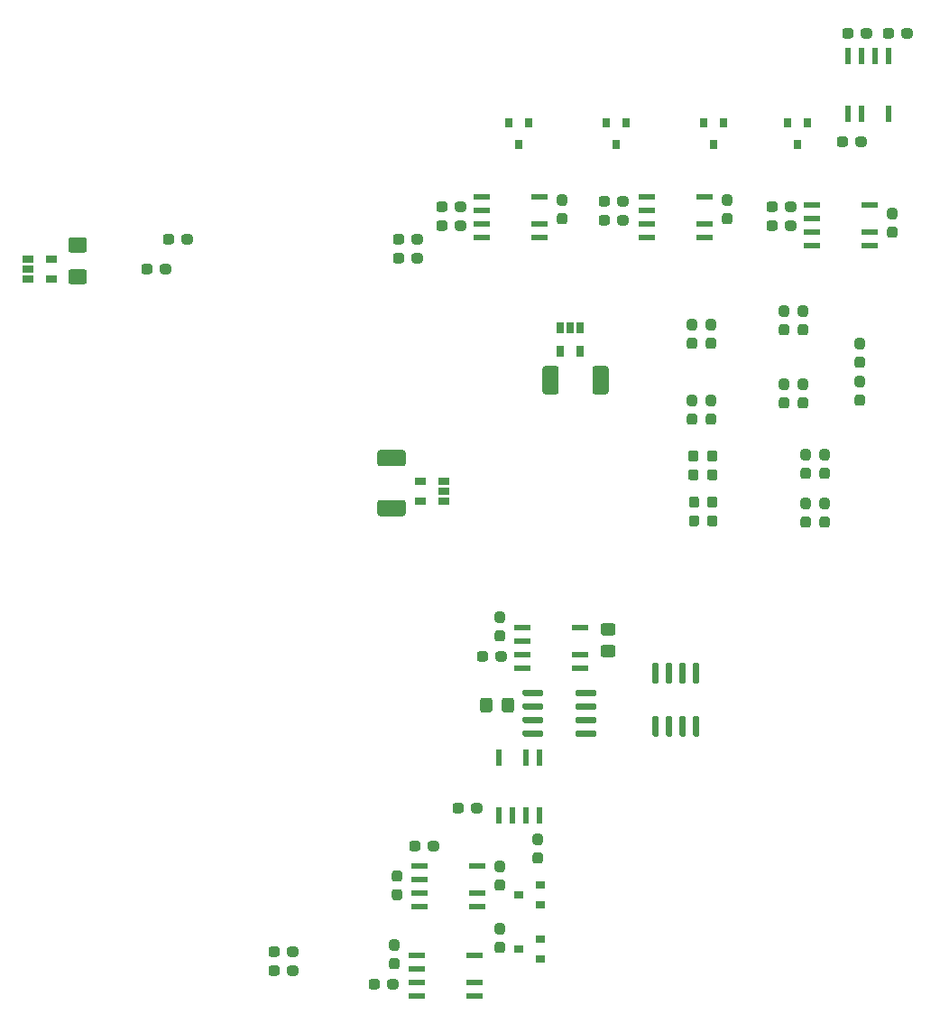
<source format=gbr>
%TF.GenerationSoftware,KiCad,Pcbnew,(5.1.8)-1*%
%TF.CreationDate,2021-04-02T01:03:45-05:00*%
%TF.ProjectId,12VBoard_2021_Rev1,31325642-6f61-4726-945f-323032315f52,rev?*%
%TF.SameCoordinates,Original*%
%TF.FileFunction,Paste,Top*%
%TF.FilePolarity,Positive*%
%FSLAX46Y46*%
G04 Gerber Fmt 4.6, Leading zero omitted, Abs format (unit mm)*
G04 Created by KiCad (PCBNEW (5.1.8)-1) date 2021-04-02 01:03:45*
%MOMM*%
%LPD*%
G01*
G04 APERTURE LIST*
%ADD10R,1.550000X0.600000*%
%ADD11R,0.600000X1.550000*%
%ADD12R,1.060000X0.650000*%
%ADD13R,0.650000X1.060000*%
%ADD14R,0.800000X0.900000*%
%ADD15R,0.900000X0.800000*%
G04 APERTURE END LIST*
%TO.C,U20*%
G36*
G01*
X140993000Y-110260000D02*
X140693000Y-110260000D01*
G75*
G02*
X140543000Y-110110000I0J150000D01*
G01*
X140543000Y-108460000D01*
G75*
G02*
X140693000Y-108310000I150000J0D01*
G01*
X140993000Y-108310000D01*
G75*
G02*
X141143000Y-108460000I0J-150000D01*
G01*
X141143000Y-110110000D01*
G75*
G02*
X140993000Y-110260000I-150000J0D01*
G01*
G37*
G36*
G01*
X142263000Y-110260000D02*
X141963000Y-110260000D01*
G75*
G02*
X141813000Y-110110000I0J150000D01*
G01*
X141813000Y-108460000D01*
G75*
G02*
X141963000Y-108310000I150000J0D01*
G01*
X142263000Y-108310000D01*
G75*
G02*
X142413000Y-108460000I0J-150000D01*
G01*
X142413000Y-110110000D01*
G75*
G02*
X142263000Y-110260000I-150000J0D01*
G01*
G37*
G36*
G01*
X143533000Y-110260000D02*
X143233000Y-110260000D01*
G75*
G02*
X143083000Y-110110000I0J150000D01*
G01*
X143083000Y-108460000D01*
G75*
G02*
X143233000Y-108310000I150000J0D01*
G01*
X143533000Y-108310000D01*
G75*
G02*
X143683000Y-108460000I0J-150000D01*
G01*
X143683000Y-110110000D01*
G75*
G02*
X143533000Y-110260000I-150000J0D01*
G01*
G37*
G36*
G01*
X144803000Y-110260000D02*
X144503000Y-110260000D01*
G75*
G02*
X144353000Y-110110000I0J150000D01*
G01*
X144353000Y-108460000D01*
G75*
G02*
X144503000Y-108310000I150000J0D01*
G01*
X144803000Y-108310000D01*
G75*
G02*
X144953000Y-108460000I0J-150000D01*
G01*
X144953000Y-110110000D01*
G75*
G02*
X144803000Y-110260000I-150000J0D01*
G01*
G37*
G36*
G01*
X144803000Y-115210000D02*
X144503000Y-115210000D01*
G75*
G02*
X144353000Y-115060000I0J150000D01*
G01*
X144353000Y-113410000D01*
G75*
G02*
X144503000Y-113260000I150000J0D01*
G01*
X144803000Y-113260000D01*
G75*
G02*
X144953000Y-113410000I0J-150000D01*
G01*
X144953000Y-115060000D01*
G75*
G02*
X144803000Y-115210000I-150000J0D01*
G01*
G37*
G36*
G01*
X143533000Y-115210000D02*
X143233000Y-115210000D01*
G75*
G02*
X143083000Y-115060000I0J150000D01*
G01*
X143083000Y-113410000D01*
G75*
G02*
X143233000Y-113260000I150000J0D01*
G01*
X143533000Y-113260000D01*
G75*
G02*
X143683000Y-113410000I0J-150000D01*
G01*
X143683000Y-115060000D01*
G75*
G02*
X143533000Y-115210000I-150000J0D01*
G01*
G37*
G36*
G01*
X142263000Y-115210000D02*
X141963000Y-115210000D01*
G75*
G02*
X141813000Y-115060000I0J150000D01*
G01*
X141813000Y-113410000D01*
G75*
G02*
X141963000Y-113260000I150000J0D01*
G01*
X142263000Y-113260000D01*
G75*
G02*
X142413000Y-113410000I0J-150000D01*
G01*
X142413000Y-115060000D01*
G75*
G02*
X142263000Y-115210000I-150000J0D01*
G01*
G37*
G36*
G01*
X140993000Y-115210000D02*
X140693000Y-115210000D01*
G75*
G02*
X140543000Y-115060000I0J150000D01*
G01*
X140543000Y-113410000D01*
G75*
G02*
X140693000Y-113260000I150000J0D01*
G01*
X140993000Y-113260000D01*
G75*
G02*
X141143000Y-113410000I0J-150000D01*
G01*
X141143000Y-115060000D01*
G75*
G02*
X140993000Y-115210000I-150000J0D01*
G01*
G37*
%TD*%
D10*
%TO.C,U19*%
X133764000Y-105029000D03*
X133764000Y-107569000D03*
X133764000Y-108839000D03*
X128364000Y-108839000D03*
X128364000Y-107569000D03*
X128364000Y-106299000D03*
X128364000Y-105029000D03*
%TD*%
%TO.C,U18*%
G36*
G01*
X130326000Y-114785000D02*
X130326000Y-115085000D01*
G75*
G02*
X130176000Y-115235000I-150000J0D01*
G01*
X128526000Y-115235000D01*
G75*
G02*
X128376000Y-115085000I0J150000D01*
G01*
X128376000Y-114785000D01*
G75*
G02*
X128526000Y-114635000I150000J0D01*
G01*
X130176000Y-114635000D01*
G75*
G02*
X130326000Y-114785000I0J-150000D01*
G01*
G37*
G36*
G01*
X130326000Y-113515000D02*
X130326000Y-113815000D01*
G75*
G02*
X130176000Y-113965000I-150000J0D01*
G01*
X128526000Y-113965000D01*
G75*
G02*
X128376000Y-113815000I0J150000D01*
G01*
X128376000Y-113515000D01*
G75*
G02*
X128526000Y-113365000I150000J0D01*
G01*
X130176000Y-113365000D01*
G75*
G02*
X130326000Y-113515000I0J-150000D01*
G01*
G37*
G36*
G01*
X130326000Y-112245000D02*
X130326000Y-112545000D01*
G75*
G02*
X130176000Y-112695000I-150000J0D01*
G01*
X128526000Y-112695000D01*
G75*
G02*
X128376000Y-112545000I0J150000D01*
G01*
X128376000Y-112245000D01*
G75*
G02*
X128526000Y-112095000I150000J0D01*
G01*
X130176000Y-112095000D01*
G75*
G02*
X130326000Y-112245000I0J-150000D01*
G01*
G37*
G36*
G01*
X130326000Y-110975000D02*
X130326000Y-111275000D01*
G75*
G02*
X130176000Y-111425000I-150000J0D01*
G01*
X128526000Y-111425000D01*
G75*
G02*
X128376000Y-111275000I0J150000D01*
G01*
X128376000Y-110975000D01*
G75*
G02*
X128526000Y-110825000I150000J0D01*
G01*
X130176000Y-110825000D01*
G75*
G02*
X130326000Y-110975000I0J-150000D01*
G01*
G37*
G36*
G01*
X135276000Y-110975000D02*
X135276000Y-111275000D01*
G75*
G02*
X135126000Y-111425000I-150000J0D01*
G01*
X133476000Y-111425000D01*
G75*
G02*
X133326000Y-111275000I0J150000D01*
G01*
X133326000Y-110975000D01*
G75*
G02*
X133476000Y-110825000I150000J0D01*
G01*
X135126000Y-110825000D01*
G75*
G02*
X135276000Y-110975000I0J-150000D01*
G01*
G37*
G36*
G01*
X135276000Y-112245000D02*
X135276000Y-112545000D01*
G75*
G02*
X135126000Y-112695000I-150000J0D01*
G01*
X133476000Y-112695000D01*
G75*
G02*
X133326000Y-112545000I0J150000D01*
G01*
X133326000Y-112245000D01*
G75*
G02*
X133476000Y-112095000I150000J0D01*
G01*
X135126000Y-112095000D01*
G75*
G02*
X135276000Y-112245000I0J-150000D01*
G01*
G37*
G36*
G01*
X135276000Y-113515000D02*
X135276000Y-113815000D01*
G75*
G02*
X135126000Y-113965000I-150000J0D01*
G01*
X133476000Y-113965000D01*
G75*
G02*
X133326000Y-113815000I0J150000D01*
G01*
X133326000Y-113515000D01*
G75*
G02*
X133476000Y-113365000I150000J0D01*
G01*
X135126000Y-113365000D01*
G75*
G02*
X135276000Y-113515000I0J-150000D01*
G01*
G37*
G36*
G01*
X135276000Y-114785000D02*
X135276000Y-115085000D01*
G75*
G02*
X135126000Y-115235000I-150000J0D01*
G01*
X133476000Y-115235000D01*
G75*
G02*
X133326000Y-115085000I0J150000D01*
G01*
X133326000Y-114785000D01*
G75*
G02*
X133476000Y-114635000I150000J0D01*
G01*
X135126000Y-114635000D01*
G75*
G02*
X135276000Y-114785000I0J-150000D01*
G01*
G37*
%TD*%
%TO.C,U17*%
X129954000Y-64643000D03*
X129954000Y-67183000D03*
X129954000Y-68453000D03*
X124554000Y-68453000D03*
X124554000Y-67183000D03*
X124554000Y-65913000D03*
X124554000Y-64643000D03*
%TD*%
%TO.C,U16*%
X145448000Y-64643000D03*
X145448000Y-67183000D03*
X145448000Y-68453000D03*
X140048000Y-68453000D03*
X140048000Y-67183000D03*
X140048000Y-65913000D03*
X140048000Y-64643000D03*
%TD*%
%TO.C,U15*%
X160942000Y-65405000D03*
X160942000Y-67945000D03*
X160942000Y-69215000D03*
X155542000Y-69215000D03*
X155542000Y-67945000D03*
X155542000Y-66675000D03*
X155542000Y-65405000D03*
%TD*%
D11*
%TO.C,U14*%
X162687000Y-56802000D03*
X160147000Y-56802000D03*
X158877000Y-56802000D03*
X158877000Y-51402000D03*
X160147000Y-51402000D03*
X161417000Y-51402000D03*
X162687000Y-51402000D03*
%TD*%
D12*
%TO.C,U13*%
X118788000Y-93152000D03*
X118788000Y-91252000D03*
X120988000Y-91252000D03*
X120988000Y-92202000D03*
X120988000Y-93152000D03*
%TD*%
D11*
%TO.C,U12*%
X126111000Y-117188000D03*
X128651000Y-117188000D03*
X129921000Y-117188000D03*
X129921000Y-122588000D03*
X128651000Y-122588000D03*
X127381000Y-122588000D03*
X126111000Y-122588000D03*
%TD*%
D13*
%TO.C,U8*%
X133792000Y-79078000D03*
X131892000Y-79078000D03*
X131892000Y-76878000D03*
X132842000Y-76878000D03*
X133792000Y-76878000D03*
%TD*%
D10*
%TO.C,U5*%
X123858000Y-135763000D03*
X123858000Y-138303000D03*
X123858000Y-139573000D03*
X118458000Y-139573000D03*
X118458000Y-138303000D03*
X118458000Y-137033000D03*
X118458000Y-135763000D03*
%TD*%
%TO.C,U3*%
X124112000Y-127381000D03*
X124112000Y-129921000D03*
X124112000Y-131191000D03*
X118712000Y-131191000D03*
X118712000Y-129921000D03*
X118712000Y-128651000D03*
X118712000Y-127381000D03*
%TD*%
D12*
%TO.C,U2*%
X84158000Y-70424000D03*
X84158000Y-72324000D03*
X81958000Y-72324000D03*
X81958000Y-71374000D03*
X81958000Y-70424000D03*
%TD*%
%TO.C,R47*%
G36*
G01*
X144509500Y-84232000D02*
X144034500Y-84232000D01*
G75*
G02*
X143797000Y-83994500I0J237500D01*
G01*
X143797000Y-83419500D01*
G75*
G02*
X144034500Y-83182000I237500J0D01*
G01*
X144509500Y-83182000D01*
G75*
G02*
X144747000Y-83419500I0J-237500D01*
G01*
X144747000Y-83994500D01*
G75*
G02*
X144509500Y-84232000I-237500J0D01*
G01*
G37*
G36*
G01*
X144509500Y-85982000D02*
X144034500Y-85982000D01*
G75*
G02*
X143797000Y-85744500I0J237500D01*
G01*
X143797000Y-85169500D01*
G75*
G02*
X144034500Y-84932000I237500J0D01*
G01*
X144509500Y-84932000D01*
G75*
G02*
X144747000Y-85169500I0J-237500D01*
G01*
X144747000Y-85744500D01*
G75*
G02*
X144509500Y-85982000I-237500J0D01*
G01*
G37*
%TD*%
%TO.C,R46*%
G36*
G01*
X121316000Y-67072500D02*
X121316000Y-67547500D01*
G75*
G02*
X121078500Y-67785000I-237500J0D01*
G01*
X120503500Y-67785000D01*
G75*
G02*
X120266000Y-67547500I0J237500D01*
G01*
X120266000Y-67072500D01*
G75*
G02*
X120503500Y-66835000I237500J0D01*
G01*
X121078500Y-66835000D01*
G75*
G02*
X121316000Y-67072500I0J-237500D01*
G01*
G37*
G36*
G01*
X123066000Y-67072500D02*
X123066000Y-67547500D01*
G75*
G02*
X122828500Y-67785000I-237500J0D01*
G01*
X122253500Y-67785000D01*
G75*
G02*
X122016000Y-67547500I0J237500D01*
G01*
X122016000Y-67072500D01*
G75*
G02*
X122253500Y-66835000I237500J0D01*
G01*
X122828500Y-66835000D01*
G75*
G02*
X123066000Y-67072500I0J-237500D01*
G01*
G37*
%TD*%
%TO.C,R45*%
G36*
G01*
X131842500Y-66136000D02*
X132317500Y-66136000D01*
G75*
G02*
X132555000Y-66373500I0J-237500D01*
G01*
X132555000Y-66948500D01*
G75*
G02*
X132317500Y-67186000I-237500J0D01*
G01*
X131842500Y-67186000D01*
G75*
G02*
X131605000Y-66948500I0J237500D01*
G01*
X131605000Y-66373500D01*
G75*
G02*
X131842500Y-66136000I237500J0D01*
G01*
G37*
G36*
G01*
X131842500Y-64386000D02*
X132317500Y-64386000D01*
G75*
G02*
X132555000Y-64623500I0J-237500D01*
G01*
X132555000Y-65198500D01*
G75*
G02*
X132317500Y-65436000I-237500J0D01*
G01*
X131842500Y-65436000D01*
G75*
G02*
X131605000Y-65198500I0J237500D01*
G01*
X131605000Y-64623500D01*
G75*
G02*
X131842500Y-64386000I237500J0D01*
G01*
G37*
%TD*%
%TO.C,R44*%
G36*
G01*
X153145500Y-82708000D02*
X152670500Y-82708000D01*
G75*
G02*
X152433000Y-82470500I0J237500D01*
G01*
X152433000Y-81895500D01*
G75*
G02*
X152670500Y-81658000I237500J0D01*
G01*
X153145500Y-81658000D01*
G75*
G02*
X153383000Y-81895500I0J-237500D01*
G01*
X153383000Y-82470500D01*
G75*
G02*
X153145500Y-82708000I-237500J0D01*
G01*
G37*
G36*
G01*
X153145500Y-84458000D02*
X152670500Y-84458000D01*
G75*
G02*
X152433000Y-84220500I0J237500D01*
G01*
X152433000Y-83645500D01*
G75*
G02*
X152670500Y-83408000I237500J0D01*
G01*
X153145500Y-83408000D01*
G75*
G02*
X153383000Y-83645500I0J-237500D01*
G01*
X153383000Y-84220500D01*
G75*
G02*
X153145500Y-84458000I-237500J0D01*
G01*
G37*
%TD*%
%TO.C,R43*%
G36*
G01*
X136556000Y-66564500D02*
X136556000Y-67039500D01*
G75*
G02*
X136318500Y-67277000I-237500J0D01*
G01*
X135743500Y-67277000D01*
G75*
G02*
X135506000Y-67039500I0J237500D01*
G01*
X135506000Y-66564500D01*
G75*
G02*
X135743500Y-66327000I237500J0D01*
G01*
X136318500Y-66327000D01*
G75*
G02*
X136556000Y-66564500I0J-237500D01*
G01*
G37*
G36*
G01*
X138306000Y-66564500D02*
X138306000Y-67039500D01*
G75*
G02*
X138068500Y-67277000I-237500J0D01*
G01*
X137493500Y-67277000D01*
G75*
G02*
X137256000Y-67039500I0J237500D01*
G01*
X137256000Y-66564500D01*
G75*
G02*
X137493500Y-66327000I237500J0D01*
G01*
X138068500Y-66327000D01*
G75*
G02*
X138306000Y-66564500I0J-237500D01*
G01*
G37*
%TD*%
%TO.C,R42*%
G36*
G01*
X147336500Y-66136000D02*
X147811500Y-66136000D01*
G75*
G02*
X148049000Y-66373500I0J-237500D01*
G01*
X148049000Y-66948500D01*
G75*
G02*
X147811500Y-67186000I-237500J0D01*
G01*
X147336500Y-67186000D01*
G75*
G02*
X147099000Y-66948500I0J237500D01*
G01*
X147099000Y-66373500D01*
G75*
G02*
X147336500Y-66136000I237500J0D01*
G01*
G37*
G36*
G01*
X147336500Y-64386000D02*
X147811500Y-64386000D01*
G75*
G02*
X148049000Y-64623500I0J-237500D01*
G01*
X148049000Y-65198500D01*
G75*
G02*
X147811500Y-65436000I-237500J0D01*
G01*
X147336500Y-65436000D01*
G75*
G02*
X147099000Y-65198500I0J237500D01*
G01*
X147099000Y-64623500D01*
G75*
G02*
X147336500Y-64386000I237500J0D01*
G01*
G37*
%TD*%
%TO.C,R41*%
G36*
G01*
X160257500Y-82454000D02*
X159782500Y-82454000D01*
G75*
G02*
X159545000Y-82216500I0J237500D01*
G01*
X159545000Y-81641500D01*
G75*
G02*
X159782500Y-81404000I237500J0D01*
G01*
X160257500Y-81404000D01*
G75*
G02*
X160495000Y-81641500I0J-237500D01*
G01*
X160495000Y-82216500D01*
G75*
G02*
X160257500Y-82454000I-237500J0D01*
G01*
G37*
G36*
G01*
X160257500Y-84204000D02*
X159782500Y-84204000D01*
G75*
G02*
X159545000Y-83966500I0J237500D01*
G01*
X159545000Y-83391500D01*
G75*
G02*
X159782500Y-83154000I237500J0D01*
G01*
X160257500Y-83154000D01*
G75*
G02*
X160495000Y-83391500I0J-237500D01*
G01*
X160495000Y-83966500D01*
G75*
G02*
X160257500Y-84204000I-237500J0D01*
G01*
G37*
%TD*%
%TO.C,R40*%
G36*
G01*
X152304000Y-67072500D02*
X152304000Y-67547500D01*
G75*
G02*
X152066500Y-67785000I-237500J0D01*
G01*
X151491500Y-67785000D01*
G75*
G02*
X151254000Y-67547500I0J237500D01*
G01*
X151254000Y-67072500D01*
G75*
G02*
X151491500Y-66835000I237500J0D01*
G01*
X152066500Y-66835000D01*
G75*
G02*
X152304000Y-67072500I0J-237500D01*
G01*
G37*
G36*
G01*
X154054000Y-67072500D02*
X154054000Y-67547500D01*
G75*
G02*
X153816500Y-67785000I-237500J0D01*
G01*
X153241500Y-67785000D01*
G75*
G02*
X153004000Y-67547500I0J237500D01*
G01*
X153004000Y-67072500D01*
G75*
G02*
X153241500Y-66835000I237500J0D01*
G01*
X153816500Y-66835000D01*
G75*
G02*
X154054000Y-67072500I0J-237500D01*
G01*
G37*
%TD*%
%TO.C,R39*%
G36*
G01*
X162830500Y-67406000D02*
X163305500Y-67406000D01*
G75*
G02*
X163543000Y-67643500I0J-237500D01*
G01*
X163543000Y-68218500D01*
G75*
G02*
X163305500Y-68456000I-237500J0D01*
G01*
X162830500Y-68456000D01*
G75*
G02*
X162593000Y-68218500I0J237500D01*
G01*
X162593000Y-67643500D01*
G75*
G02*
X162830500Y-67406000I237500J0D01*
G01*
G37*
G36*
G01*
X162830500Y-65656000D02*
X163305500Y-65656000D01*
G75*
G02*
X163543000Y-65893500I0J-237500D01*
G01*
X163543000Y-66468500D01*
G75*
G02*
X163305500Y-66706000I-237500J0D01*
G01*
X162830500Y-66706000D01*
G75*
G02*
X162593000Y-66468500I0J237500D01*
G01*
X162593000Y-65893500D01*
G75*
G02*
X162830500Y-65656000I237500J0D01*
G01*
G37*
%TD*%
%TO.C,R38*%
G36*
G01*
X153145500Y-75850000D02*
X152670500Y-75850000D01*
G75*
G02*
X152433000Y-75612500I0J237500D01*
G01*
X152433000Y-75037500D01*
G75*
G02*
X152670500Y-74800000I237500J0D01*
G01*
X153145500Y-74800000D01*
G75*
G02*
X153383000Y-75037500I0J-237500D01*
G01*
X153383000Y-75612500D01*
G75*
G02*
X153145500Y-75850000I-237500J0D01*
G01*
G37*
G36*
G01*
X153145500Y-77600000D02*
X152670500Y-77600000D01*
G75*
G02*
X152433000Y-77362500I0J237500D01*
G01*
X152433000Y-76787500D01*
G75*
G02*
X152670500Y-76550000I237500J0D01*
G01*
X153145500Y-76550000D01*
G75*
G02*
X153383000Y-76787500I0J-237500D01*
G01*
X153383000Y-77362500D01*
G75*
G02*
X153145500Y-77600000I-237500J0D01*
G01*
G37*
%TD*%
%TO.C,R37*%
G36*
G01*
X159416000Y-49038500D02*
X159416000Y-49513500D01*
G75*
G02*
X159178500Y-49751000I-237500J0D01*
G01*
X158603500Y-49751000D01*
G75*
G02*
X158366000Y-49513500I0J237500D01*
G01*
X158366000Y-49038500D01*
G75*
G02*
X158603500Y-48801000I237500J0D01*
G01*
X159178500Y-48801000D01*
G75*
G02*
X159416000Y-49038500I0J-237500D01*
G01*
G37*
G36*
G01*
X161166000Y-49038500D02*
X161166000Y-49513500D01*
G75*
G02*
X160928500Y-49751000I-237500J0D01*
G01*
X160353500Y-49751000D01*
G75*
G02*
X160116000Y-49513500I0J237500D01*
G01*
X160116000Y-49038500D01*
G75*
G02*
X160353500Y-48801000I237500J0D01*
G01*
X160928500Y-48801000D01*
G75*
G02*
X161166000Y-49038500I0J-237500D01*
G01*
G37*
%TD*%
%TO.C,R36*%
G36*
G01*
X158908000Y-59198500D02*
X158908000Y-59673500D01*
G75*
G02*
X158670500Y-59911000I-237500J0D01*
G01*
X158095500Y-59911000D01*
G75*
G02*
X157858000Y-59673500I0J237500D01*
G01*
X157858000Y-59198500D01*
G75*
G02*
X158095500Y-58961000I237500J0D01*
G01*
X158670500Y-58961000D01*
G75*
G02*
X158908000Y-59198500I0J-237500D01*
G01*
G37*
G36*
G01*
X160658000Y-59198500D02*
X160658000Y-59673500D01*
G75*
G02*
X160420500Y-59911000I-237500J0D01*
G01*
X159845500Y-59911000D01*
G75*
G02*
X159608000Y-59673500I0J237500D01*
G01*
X159608000Y-59198500D01*
G75*
G02*
X159845500Y-58961000I237500J0D01*
G01*
X160420500Y-58961000D01*
G75*
G02*
X160658000Y-59198500I0J-237500D01*
G01*
G37*
%TD*%
%TO.C,R35*%
G36*
G01*
X117252000Y-68342500D02*
X117252000Y-68817500D01*
G75*
G02*
X117014500Y-69055000I-237500J0D01*
G01*
X116439500Y-69055000D01*
G75*
G02*
X116202000Y-68817500I0J237500D01*
G01*
X116202000Y-68342500D01*
G75*
G02*
X116439500Y-68105000I237500J0D01*
G01*
X117014500Y-68105000D01*
G75*
G02*
X117252000Y-68342500I0J-237500D01*
G01*
G37*
G36*
G01*
X119002000Y-68342500D02*
X119002000Y-68817500D01*
G75*
G02*
X118764500Y-69055000I-237500J0D01*
G01*
X118189500Y-69055000D01*
G75*
G02*
X117952000Y-68817500I0J237500D01*
G01*
X117952000Y-68342500D01*
G75*
G02*
X118189500Y-68105000I237500J0D01*
G01*
X118764500Y-68105000D01*
G75*
G02*
X119002000Y-68342500I0J-237500D01*
G01*
G37*
%TD*%
%TO.C,R34*%
G36*
G01*
X155177500Y-89312000D02*
X154702500Y-89312000D01*
G75*
G02*
X154465000Y-89074500I0J237500D01*
G01*
X154465000Y-88499500D01*
G75*
G02*
X154702500Y-88262000I237500J0D01*
G01*
X155177500Y-88262000D01*
G75*
G02*
X155415000Y-88499500I0J-237500D01*
G01*
X155415000Y-89074500D01*
G75*
G02*
X155177500Y-89312000I-237500J0D01*
G01*
G37*
G36*
G01*
X155177500Y-91062000D02*
X154702500Y-91062000D01*
G75*
G02*
X154465000Y-90824500I0J237500D01*
G01*
X154465000Y-90249500D01*
G75*
G02*
X154702500Y-90012000I237500J0D01*
G01*
X155177500Y-90012000D01*
G75*
G02*
X155415000Y-90249500I0J-237500D01*
G01*
X155415000Y-90824500D01*
G75*
G02*
X155177500Y-91062000I-237500J0D01*
G01*
G37*
%TD*%
%TO.C,R33*%
G36*
G01*
X117153001Y-89865000D02*
X115002999Y-89865000D01*
G75*
G02*
X114753000Y-89615001I0J249999D01*
G01*
X114753000Y-88589999D01*
G75*
G02*
X115002999Y-88340000I249999J0D01*
G01*
X117153001Y-88340000D01*
G75*
G02*
X117403000Y-88589999I0J-249999D01*
G01*
X117403000Y-89615001D01*
G75*
G02*
X117153001Y-89865000I-249999J0D01*
G01*
G37*
G36*
G01*
X117153001Y-94540000D02*
X115002999Y-94540000D01*
G75*
G02*
X114753000Y-94290001I0J249999D01*
G01*
X114753000Y-93264999D01*
G75*
G02*
X115002999Y-93015000I249999J0D01*
G01*
X117153001Y-93015000D01*
G75*
G02*
X117403000Y-93264999I0J-249999D01*
G01*
X117403000Y-94290001D01*
G75*
G02*
X117153001Y-94540000I-249999J0D01*
G01*
G37*
%TD*%
%TO.C,R23*%
G36*
G01*
X144706500Y-93757000D02*
X144231500Y-93757000D01*
G75*
G02*
X143994000Y-93519500I0J237500D01*
G01*
X143994000Y-92944500D01*
G75*
G02*
X144231500Y-92707000I237500J0D01*
G01*
X144706500Y-92707000D01*
G75*
G02*
X144944000Y-92944500I0J-237500D01*
G01*
X144944000Y-93519500D01*
G75*
G02*
X144706500Y-93757000I-237500J0D01*
G01*
G37*
G36*
G01*
X144706500Y-95507000D02*
X144231500Y-95507000D01*
G75*
G02*
X143994000Y-95269500I0J237500D01*
G01*
X143994000Y-94694500D01*
G75*
G02*
X144231500Y-94457000I237500J0D01*
G01*
X144706500Y-94457000D01*
G75*
G02*
X144944000Y-94694500I0J-237500D01*
G01*
X144944000Y-95269500D01*
G75*
G02*
X144706500Y-95507000I-237500J0D01*
G01*
G37*
%TD*%
%TO.C,R22*%
G36*
G01*
X155177500Y-93884000D02*
X154702500Y-93884000D01*
G75*
G02*
X154465000Y-93646500I0J237500D01*
G01*
X154465000Y-93071500D01*
G75*
G02*
X154702500Y-92834000I237500J0D01*
G01*
X155177500Y-92834000D01*
G75*
G02*
X155415000Y-93071500I0J-237500D01*
G01*
X155415000Y-93646500D01*
G75*
G02*
X155177500Y-93884000I-237500J0D01*
G01*
G37*
G36*
G01*
X155177500Y-95634000D02*
X154702500Y-95634000D01*
G75*
G02*
X154465000Y-95396500I0J237500D01*
G01*
X154465000Y-94821500D01*
G75*
G02*
X154702500Y-94584000I237500J0D01*
G01*
X155177500Y-94584000D01*
G75*
G02*
X155415000Y-94821500I0J-237500D01*
G01*
X155415000Y-95396500D01*
G75*
G02*
X155177500Y-95634000I-237500J0D01*
G01*
G37*
%TD*%
%TO.C,R20*%
G36*
G01*
X135947999Y-106622000D02*
X136848001Y-106622000D01*
G75*
G02*
X137098000Y-106871999I0J-249999D01*
G01*
X137098000Y-107522001D01*
G75*
G02*
X136848001Y-107772000I-249999J0D01*
G01*
X135947999Y-107772000D01*
G75*
G02*
X135698000Y-107522001I0J249999D01*
G01*
X135698000Y-106871999D01*
G75*
G02*
X135947999Y-106622000I249999J0D01*
G01*
G37*
G36*
G01*
X135947999Y-104572000D02*
X136848001Y-104572000D01*
G75*
G02*
X137098000Y-104821999I0J-249999D01*
G01*
X137098000Y-105472001D01*
G75*
G02*
X136848001Y-105722000I-249999J0D01*
G01*
X135947999Y-105722000D01*
G75*
G02*
X135698000Y-105472001I0J249999D01*
G01*
X135698000Y-104821999D01*
G75*
G02*
X135947999Y-104572000I249999J0D01*
G01*
G37*
%TD*%
%TO.C,R19*%
G36*
G01*
X125126000Y-107458500D02*
X125126000Y-107933500D01*
G75*
G02*
X124888500Y-108171000I-237500J0D01*
G01*
X124313500Y-108171000D01*
G75*
G02*
X124076000Y-107933500I0J237500D01*
G01*
X124076000Y-107458500D01*
G75*
G02*
X124313500Y-107221000I237500J0D01*
G01*
X124888500Y-107221000D01*
G75*
G02*
X125126000Y-107458500I0J-237500D01*
G01*
G37*
G36*
G01*
X126876000Y-107458500D02*
X126876000Y-107933500D01*
G75*
G02*
X126638500Y-108171000I-237500J0D01*
G01*
X126063500Y-108171000D01*
G75*
G02*
X125826000Y-107933500I0J237500D01*
G01*
X125826000Y-107458500D01*
G75*
G02*
X126063500Y-107221000I237500J0D01*
G01*
X126638500Y-107221000D01*
G75*
G02*
X126876000Y-107458500I0J-237500D01*
G01*
G37*
%TD*%
%TO.C,R18*%
G36*
G01*
X144636500Y-89439000D02*
X144161500Y-89439000D01*
G75*
G02*
X143924000Y-89201500I0J237500D01*
G01*
X143924000Y-88626500D01*
G75*
G02*
X144161500Y-88389000I237500J0D01*
G01*
X144636500Y-88389000D01*
G75*
G02*
X144874000Y-88626500I0J-237500D01*
G01*
X144874000Y-89201500D01*
G75*
G02*
X144636500Y-89439000I-237500J0D01*
G01*
G37*
G36*
G01*
X144636500Y-91189000D02*
X144161500Y-91189000D01*
G75*
G02*
X143924000Y-90951500I0J237500D01*
G01*
X143924000Y-90376500D01*
G75*
G02*
X144161500Y-90139000I237500J0D01*
G01*
X144636500Y-90139000D01*
G75*
G02*
X144874000Y-90376500I0J-237500D01*
G01*
X144874000Y-90951500D01*
G75*
G02*
X144636500Y-91189000I-237500J0D01*
G01*
G37*
%TD*%
%TO.C,R17*%
G36*
G01*
X126434000Y-112718001D02*
X126434000Y-111817999D01*
G75*
G02*
X126683999Y-111568000I249999J0D01*
G01*
X127334001Y-111568000D01*
G75*
G02*
X127584000Y-111817999I0J-249999D01*
G01*
X127584000Y-112718001D01*
G75*
G02*
X127334001Y-112968000I-249999J0D01*
G01*
X126683999Y-112968000D01*
G75*
G02*
X126434000Y-112718001I0J249999D01*
G01*
G37*
G36*
G01*
X124384000Y-112718001D02*
X124384000Y-111817999D01*
G75*
G02*
X124633999Y-111568000I249999J0D01*
G01*
X125284001Y-111568000D01*
G75*
G02*
X125534000Y-111817999I0J-249999D01*
G01*
X125534000Y-112718001D01*
G75*
G02*
X125284001Y-112968000I-249999J0D01*
G01*
X124633999Y-112968000D01*
G75*
G02*
X124384000Y-112718001I0J249999D01*
G01*
G37*
%TD*%
%TO.C,R16*%
G36*
G01*
X126000500Y-134462000D02*
X126475500Y-134462000D01*
G75*
G02*
X126713000Y-134699500I0J-237500D01*
G01*
X126713000Y-135274500D01*
G75*
G02*
X126475500Y-135512000I-237500J0D01*
G01*
X126000500Y-135512000D01*
G75*
G02*
X125763000Y-135274500I0J237500D01*
G01*
X125763000Y-134699500D01*
G75*
G02*
X126000500Y-134462000I237500J0D01*
G01*
G37*
G36*
G01*
X126000500Y-132712000D02*
X126475500Y-132712000D01*
G75*
G02*
X126713000Y-132949500I0J-237500D01*
G01*
X126713000Y-133524500D01*
G75*
G02*
X126475500Y-133762000I-237500J0D01*
G01*
X126000500Y-133762000D01*
G75*
G02*
X125763000Y-133524500I0J237500D01*
G01*
X125763000Y-132949500D01*
G75*
G02*
X126000500Y-132712000I237500J0D01*
G01*
G37*
%TD*%
%TO.C,R15*%
G36*
G01*
X114966000Y-138192500D02*
X114966000Y-138667500D01*
G75*
G02*
X114728500Y-138905000I-237500J0D01*
G01*
X114153500Y-138905000D01*
G75*
G02*
X113916000Y-138667500I0J237500D01*
G01*
X113916000Y-138192500D01*
G75*
G02*
X114153500Y-137955000I237500J0D01*
G01*
X114728500Y-137955000D01*
G75*
G02*
X114966000Y-138192500I0J-237500D01*
G01*
G37*
G36*
G01*
X116716000Y-138192500D02*
X116716000Y-138667500D01*
G75*
G02*
X116478500Y-138905000I-237500J0D01*
G01*
X115903500Y-138905000D01*
G75*
G02*
X115666000Y-138667500I0J237500D01*
G01*
X115666000Y-138192500D01*
G75*
G02*
X115903500Y-137955000I237500J0D01*
G01*
X116478500Y-137955000D01*
G75*
G02*
X116716000Y-138192500I0J-237500D01*
G01*
G37*
%TD*%
%TO.C,R14*%
G36*
G01*
X131775000Y-80712999D02*
X131775000Y-82863001D01*
G75*
G02*
X131525001Y-83113000I-249999J0D01*
G01*
X130499999Y-83113000D01*
G75*
G02*
X130250000Y-82863001I0J249999D01*
G01*
X130250000Y-80712999D01*
G75*
G02*
X130499999Y-80463000I249999J0D01*
G01*
X131525001Y-80463000D01*
G75*
G02*
X131775000Y-80712999I0J-249999D01*
G01*
G37*
G36*
G01*
X136450000Y-80712999D02*
X136450000Y-82863001D01*
G75*
G02*
X136200001Y-83113000I-249999J0D01*
G01*
X135174999Y-83113000D01*
G75*
G02*
X134925000Y-82863001I0J249999D01*
G01*
X134925000Y-80712999D01*
G75*
G02*
X135174999Y-80463000I249999J0D01*
G01*
X136200001Y-80463000D01*
G75*
G02*
X136450000Y-80712999I0J-249999D01*
G01*
G37*
%TD*%
%TO.C,R13*%
G36*
G01*
X129556500Y-126080000D02*
X130031500Y-126080000D01*
G75*
G02*
X130269000Y-126317500I0J-237500D01*
G01*
X130269000Y-126892500D01*
G75*
G02*
X130031500Y-127130000I-237500J0D01*
G01*
X129556500Y-127130000D01*
G75*
G02*
X129319000Y-126892500I0J237500D01*
G01*
X129319000Y-126317500D01*
G75*
G02*
X129556500Y-126080000I237500J0D01*
G01*
G37*
G36*
G01*
X129556500Y-124330000D02*
X130031500Y-124330000D01*
G75*
G02*
X130269000Y-124567500I0J-237500D01*
G01*
X130269000Y-125142500D01*
G75*
G02*
X130031500Y-125380000I-237500J0D01*
G01*
X129556500Y-125380000D01*
G75*
G02*
X129319000Y-125142500I0J237500D01*
G01*
X129319000Y-124567500D01*
G75*
G02*
X129556500Y-124330000I237500J0D01*
G01*
G37*
%TD*%
%TO.C,R7*%
G36*
G01*
X126000500Y-128620000D02*
X126475500Y-128620000D01*
G75*
G02*
X126713000Y-128857500I0J-237500D01*
G01*
X126713000Y-129432500D01*
G75*
G02*
X126475500Y-129670000I-237500J0D01*
G01*
X126000500Y-129670000D01*
G75*
G02*
X125763000Y-129432500I0J237500D01*
G01*
X125763000Y-128857500D01*
G75*
G02*
X126000500Y-128620000I237500J0D01*
G01*
G37*
G36*
G01*
X126000500Y-126870000D02*
X126475500Y-126870000D01*
G75*
G02*
X126713000Y-127107500I0J-237500D01*
G01*
X126713000Y-127682500D01*
G75*
G02*
X126475500Y-127920000I-237500J0D01*
G01*
X126000500Y-127920000D01*
G75*
G02*
X125763000Y-127682500I0J237500D01*
G01*
X125763000Y-127107500D01*
G75*
G02*
X126000500Y-126870000I237500J0D01*
G01*
G37*
%TD*%
%TO.C,R6*%
G36*
G01*
X118776000Y-125238500D02*
X118776000Y-125713500D01*
G75*
G02*
X118538500Y-125951000I-237500J0D01*
G01*
X117963500Y-125951000D01*
G75*
G02*
X117726000Y-125713500I0J237500D01*
G01*
X117726000Y-125238500D01*
G75*
G02*
X117963500Y-125001000I237500J0D01*
G01*
X118538500Y-125001000D01*
G75*
G02*
X118776000Y-125238500I0J-237500D01*
G01*
G37*
G36*
G01*
X120526000Y-125238500D02*
X120526000Y-125713500D01*
G75*
G02*
X120288500Y-125951000I-237500J0D01*
G01*
X119713500Y-125951000D01*
G75*
G02*
X119476000Y-125713500I0J237500D01*
G01*
X119476000Y-125238500D01*
G75*
G02*
X119713500Y-125001000I237500J0D01*
G01*
X120288500Y-125001000D01*
G75*
G02*
X120526000Y-125238500I0J-237500D01*
G01*
G37*
%TD*%
%TO.C,R5*%
G36*
G01*
X144509500Y-77120000D02*
X144034500Y-77120000D01*
G75*
G02*
X143797000Y-76882500I0J237500D01*
G01*
X143797000Y-76307500D01*
G75*
G02*
X144034500Y-76070000I237500J0D01*
G01*
X144509500Y-76070000D01*
G75*
G02*
X144747000Y-76307500I0J-237500D01*
G01*
X144747000Y-76882500D01*
G75*
G02*
X144509500Y-77120000I-237500J0D01*
G01*
G37*
G36*
G01*
X144509500Y-78870000D02*
X144034500Y-78870000D01*
G75*
G02*
X143797000Y-78632500I0J237500D01*
G01*
X143797000Y-78057500D01*
G75*
G02*
X144034500Y-77820000I237500J0D01*
G01*
X144509500Y-77820000D01*
G75*
G02*
X144747000Y-78057500I0J-237500D01*
G01*
X144747000Y-78632500D01*
G75*
G02*
X144509500Y-78870000I-237500J0D01*
G01*
G37*
%TD*%
%TO.C,R3*%
G36*
G01*
X85989000Y-71387000D02*
X87239000Y-71387000D01*
G75*
G02*
X87489000Y-71637000I0J-250000D01*
G01*
X87489000Y-72562000D01*
G75*
G02*
X87239000Y-72812000I-250000J0D01*
G01*
X85989000Y-72812000D01*
G75*
G02*
X85739000Y-72562000I0J250000D01*
G01*
X85739000Y-71637000D01*
G75*
G02*
X85989000Y-71387000I250000J0D01*
G01*
G37*
G36*
G01*
X85989000Y-68412000D02*
X87239000Y-68412000D01*
G75*
G02*
X87489000Y-68662000I0J-250000D01*
G01*
X87489000Y-69587000D01*
G75*
G02*
X87239000Y-69837000I-250000J0D01*
G01*
X85989000Y-69837000D01*
G75*
G02*
X85739000Y-69587000I0J250000D01*
G01*
X85739000Y-68662000D01*
G75*
G02*
X85989000Y-68412000I250000J0D01*
G01*
G37*
%TD*%
%TO.C,R1*%
G36*
G01*
X106268000Y-135619500D02*
X106268000Y-135144500D01*
G75*
G02*
X106505500Y-134907000I237500J0D01*
G01*
X107080500Y-134907000D01*
G75*
G02*
X107318000Y-135144500I0J-237500D01*
G01*
X107318000Y-135619500D01*
G75*
G02*
X107080500Y-135857000I-237500J0D01*
G01*
X106505500Y-135857000D01*
G75*
G02*
X106268000Y-135619500I0J237500D01*
G01*
G37*
G36*
G01*
X104518000Y-135619500D02*
X104518000Y-135144500D01*
G75*
G02*
X104755500Y-134907000I237500J0D01*
G01*
X105330500Y-134907000D01*
G75*
G02*
X105568000Y-135144500I0J-237500D01*
G01*
X105568000Y-135619500D01*
G75*
G02*
X105330500Y-135857000I-237500J0D01*
G01*
X104755500Y-135857000D01*
G75*
G02*
X104518000Y-135619500I0J237500D01*
G01*
G37*
%TD*%
D14*
%TO.C,Q13*%
X128016000Y-59674000D03*
X127066000Y-57674000D03*
X128966000Y-57674000D03*
%TD*%
%TO.C,Q12*%
X137160000Y-59674000D03*
X136210000Y-57674000D03*
X138110000Y-57674000D03*
%TD*%
%TO.C,Q11*%
X146304000Y-59674000D03*
X145354000Y-57674000D03*
X147254000Y-57674000D03*
%TD*%
%TO.C,Q10*%
X154178000Y-59674000D03*
X153228000Y-57674000D03*
X155128000Y-57674000D03*
%TD*%
D15*
%TO.C,Q9*%
X128032000Y-135128000D03*
X130032000Y-134178000D03*
X130032000Y-136078000D03*
%TD*%
%TO.C,Q8*%
X128032000Y-130048000D03*
X130032000Y-129098000D03*
X130032000Y-130998000D03*
%TD*%
%TO.C,D18*%
G36*
G01*
X156955500Y-89312000D02*
X156480500Y-89312000D01*
G75*
G02*
X156243000Y-89074500I0J237500D01*
G01*
X156243000Y-88499500D01*
G75*
G02*
X156480500Y-88262000I237500J0D01*
G01*
X156955500Y-88262000D01*
G75*
G02*
X157193000Y-88499500I0J-237500D01*
G01*
X157193000Y-89074500D01*
G75*
G02*
X156955500Y-89312000I-237500J0D01*
G01*
G37*
G36*
G01*
X156955500Y-91062000D02*
X156480500Y-91062000D01*
G75*
G02*
X156243000Y-90824500I0J237500D01*
G01*
X156243000Y-90249500D01*
G75*
G02*
X156480500Y-90012000I237500J0D01*
G01*
X156955500Y-90012000D01*
G75*
G02*
X157193000Y-90249500I0J-237500D01*
G01*
X157193000Y-90824500D01*
G75*
G02*
X156955500Y-91062000I-237500J0D01*
G01*
G37*
%TD*%
%TO.C,D16*%
G36*
G01*
X146414500Y-93757000D02*
X145939500Y-93757000D01*
G75*
G02*
X145702000Y-93519500I0J237500D01*
G01*
X145702000Y-92944500D01*
G75*
G02*
X145939500Y-92707000I237500J0D01*
G01*
X146414500Y-92707000D01*
G75*
G02*
X146652000Y-92944500I0J-237500D01*
G01*
X146652000Y-93519500D01*
G75*
G02*
X146414500Y-93757000I-237500J0D01*
G01*
G37*
G36*
G01*
X146414500Y-95507000D02*
X145939500Y-95507000D01*
G75*
G02*
X145702000Y-95269500I0J237500D01*
G01*
X145702000Y-94694500D01*
G75*
G02*
X145939500Y-94457000I237500J0D01*
G01*
X146414500Y-94457000D01*
G75*
G02*
X146652000Y-94694500I0J-237500D01*
G01*
X146652000Y-95269500D01*
G75*
G02*
X146414500Y-95507000I-237500J0D01*
G01*
G37*
%TD*%
%TO.C,D15*%
G36*
G01*
X156955500Y-93884000D02*
X156480500Y-93884000D01*
G75*
G02*
X156243000Y-93646500I0J237500D01*
G01*
X156243000Y-93071500D01*
G75*
G02*
X156480500Y-92834000I237500J0D01*
G01*
X156955500Y-92834000D01*
G75*
G02*
X157193000Y-93071500I0J-237500D01*
G01*
X157193000Y-93646500D01*
G75*
G02*
X156955500Y-93884000I-237500J0D01*
G01*
G37*
G36*
G01*
X156955500Y-95634000D02*
X156480500Y-95634000D01*
G75*
G02*
X156243000Y-95396500I0J237500D01*
G01*
X156243000Y-94821500D01*
G75*
G02*
X156480500Y-94584000I237500J0D01*
G01*
X156955500Y-94584000D01*
G75*
G02*
X157193000Y-94821500I0J-237500D01*
G01*
X157193000Y-95396500D01*
G75*
G02*
X156955500Y-95634000I-237500J0D01*
G01*
G37*
%TD*%
%TO.C,D14*%
G36*
G01*
X146414500Y-89439000D02*
X145939500Y-89439000D01*
G75*
G02*
X145702000Y-89201500I0J237500D01*
G01*
X145702000Y-88626500D01*
G75*
G02*
X145939500Y-88389000I237500J0D01*
G01*
X146414500Y-88389000D01*
G75*
G02*
X146652000Y-88626500I0J-237500D01*
G01*
X146652000Y-89201500D01*
G75*
G02*
X146414500Y-89439000I-237500J0D01*
G01*
G37*
G36*
G01*
X146414500Y-91189000D02*
X145939500Y-91189000D01*
G75*
G02*
X145702000Y-90951500I0J237500D01*
G01*
X145702000Y-90376500D01*
G75*
G02*
X145939500Y-90139000I237500J0D01*
G01*
X146414500Y-90139000D01*
G75*
G02*
X146652000Y-90376500I0J-237500D01*
G01*
X146652000Y-90951500D01*
G75*
G02*
X146414500Y-91189000I-237500J0D01*
G01*
G37*
%TD*%
%TO.C,D10*%
G36*
G01*
X146287500Y-84232000D02*
X145812500Y-84232000D01*
G75*
G02*
X145575000Y-83994500I0J237500D01*
G01*
X145575000Y-83419500D01*
G75*
G02*
X145812500Y-83182000I237500J0D01*
G01*
X146287500Y-83182000D01*
G75*
G02*
X146525000Y-83419500I0J-237500D01*
G01*
X146525000Y-83994500D01*
G75*
G02*
X146287500Y-84232000I-237500J0D01*
G01*
G37*
G36*
G01*
X146287500Y-85982000D02*
X145812500Y-85982000D01*
G75*
G02*
X145575000Y-85744500I0J237500D01*
G01*
X145575000Y-85169500D01*
G75*
G02*
X145812500Y-84932000I237500J0D01*
G01*
X146287500Y-84932000D01*
G75*
G02*
X146525000Y-85169500I0J-237500D01*
G01*
X146525000Y-85744500D01*
G75*
G02*
X146287500Y-85982000I-237500J0D01*
G01*
G37*
%TD*%
%TO.C,D9*%
G36*
G01*
X146287500Y-77120000D02*
X145812500Y-77120000D01*
G75*
G02*
X145575000Y-76882500I0J237500D01*
G01*
X145575000Y-76307500D01*
G75*
G02*
X145812500Y-76070000I237500J0D01*
G01*
X146287500Y-76070000D01*
G75*
G02*
X146525000Y-76307500I0J-237500D01*
G01*
X146525000Y-76882500D01*
G75*
G02*
X146287500Y-77120000I-237500J0D01*
G01*
G37*
G36*
G01*
X146287500Y-78870000D02*
X145812500Y-78870000D01*
G75*
G02*
X145575000Y-78632500I0J237500D01*
G01*
X145575000Y-78057500D01*
G75*
G02*
X145812500Y-77820000I237500J0D01*
G01*
X146287500Y-77820000D01*
G75*
G02*
X146525000Y-78057500I0J-237500D01*
G01*
X146525000Y-78632500D01*
G75*
G02*
X146287500Y-78870000I-237500J0D01*
G01*
G37*
%TD*%
%TO.C,D8*%
G36*
G01*
X154923500Y-82708000D02*
X154448500Y-82708000D01*
G75*
G02*
X154211000Y-82470500I0J237500D01*
G01*
X154211000Y-81895500D01*
G75*
G02*
X154448500Y-81658000I237500J0D01*
G01*
X154923500Y-81658000D01*
G75*
G02*
X155161000Y-81895500I0J-237500D01*
G01*
X155161000Y-82470500D01*
G75*
G02*
X154923500Y-82708000I-237500J0D01*
G01*
G37*
G36*
G01*
X154923500Y-84458000D02*
X154448500Y-84458000D01*
G75*
G02*
X154211000Y-84220500I0J237500D01*
G01*
X154211000Y-83645500D01*
G75*
G02*
X154448500Y-83408000I237500J0D01*
G01*
X154923500Y-83408000D01*
G75*
G02*
X155161000Y-83645500I0J-237500D01*
G01*
X155161000Y-84220500D01*
G75*
G02*
X154923500Y-84458000I-237500J0D01*
G01*
G37*
%TD*%
%TO.C,D7*%
G36*
G01*
X159782500Y-79598000D02*
X160257500Y-79598000D01*
G75*
G02*
X160495000Y-79835500I0J-237500D01*
G01*
X160495000Y-80410500D01*
G75*
G02*
X160257500Y-80648000I-237500J0D01*
G01*
X159782500Y-80648000D01*
G75*
G02*
X159545000Y-80410500I0J237500D01*
G01*
X159545000Y-79835500D01*
G75*
G02*
X159782500Y-79598000I237500J0D01*
G01*
G37*
G36*
G01*
X159782500Y-77848000D02*
X160257500Y-77848000D01*
G75*
G02*
X160495000Y-78085500I0J-237500D01*
G01*
X160495000Y-78660500D01*
G75*
G02*
X160257500Y-78898000I-237500J0D01*
G01*
X159782500Y-78898000D01*
G75*
G02*
X159545000Y-78660500I0J237500D01*
G01*
X159545000Y-78085500D01*
G75*
G02*
X159782500Y-77848000I237500J0D01*
G01*
G37*
%TD*%
%TO.C,D6*%
G36*
G01*
X154923500Y-75850000D02*
X154448500Y-75850000D01*
G75*
G02*
X154211000Y-75612500I0J237500D01*
G01*
X154211000Y-75037500D01*
G75*
G02*
X154448500Y-74800000I237500J0D01*
G01*
X154923500Y-74800000D01*
G75*
G02*
X155161000Y-75037500I0J-237500D01*
G01*
X155161000Y-75612500D01*
G75*
G02*
X154923500Y-75850000I-237500J0D01*
G01*
G37*
G36*
G01*
X154923500Y-77600000D02*
X154448500Y-77600000D01*
G75*
G02*
X154211000Y-77362500I0J237500D01*
G01*
X154211000Y-76787500D01*
G75*
G02*
X154448500Y-76550000I237500J0D01*
G01*
X154923500Y-76550000D01*
G75*
G02*
X155161000Y-76787500I0J-237500D01*
G01*
X155161000Y-77362500D01*
G75*
G02*
X154923500Y-77600000I-237500J0D01*
G01*
G37*
%TD*%
%TO.C,D4*%
G36*
G01*
X117952000Y-70595500D02*
X117952000Y-70120500D01*
G75*
G02*
X118189500Y-69883000I237500J0D01*
G01*
X118764500Y-69883000D01*
G75*
G02*
X119002000Y-70120500I0J-237500D01*
G01*
X119002000Y-70595500D01*
G75*
G02*
X118764500Y-70833000I-237500J0D01*
G01*
X118189500Y-70833000D01*
G75*
G02*
X117952000Y-70595500I0J237500D01*
G01*
G37*
G36*
G01*
X116202000Y-70595500D02*
X116202000Y-70120500D01*
G75*
G02*
X116439500Y-69883000I237500J0D01*
G01*
X117014500Y-69883000D01*
G75*
G02*
X117252000Y-70120500I0J-237500D01*
G01*
X117252000Y-70595500D01*
G75*
G02*
X117014500Y-70833000I-237500J0D01*
G01*
X116439500Y-70833000D01*
G75*
G02*
X116202000Y-70595500I0J237500D01*
G01*
G37*
%TD*%
%TO.C,D2*%
G36*
G01*
X106268000Y-137397500D02*
X106268000Y-136922500D01*
G75*
G02*
X106505500Y-136685000I237500J0D01*
G01*
X107080500Y-136685000D01*
G75*
G02*
X107318000Y-136922500I0J-237500D01*
G01*
X107318000Y-137397500D01*
G75*
G02*
X107080500Y-137635000I-237500J0D01*
G01*
X106505500Y-137635000D01*
G75*
G02*
X106268000Y-137397500I0J237500D01*
G01*
G37*
G36*
G01*
X104518000Y-137397500D02*
X104518000Y-136922500D01*
G75*
G02*
X104755500Y-136685000I237500J0D01*
G01*
X105330500Y-136685000D01*
G75*
G02*
X105568000Y-136922500I0J-237500D01*
G01*
X105568000Y-137397500D01*
G75*
G02*
X105330500Y-137635000I-237500J0D01*
G01*
X104755500Y-137635000D01*
G75*
G02*
X104518000Y-137397500I0J237500D01*
G01*
G37*
%TD*%
%TO.C,C50*%
G36*
G01*
X121316000Y-65294500D02*
X121316000Y-65769500D01*
G75*
G02*
X121078500Y-66007000I-237500J0D01*
G01*
X120503500Y-66007000D01*
G75*
G02*
X120266000Y-65769500I0J237500D01*
G01*
X120266000Y-65294500D01*
G75*
G02*
X120503500Y-65057000I237500J0D01*
G01*
X121078500Y-65057000D01*
G75*
G02*
X121316000Y-65294500I0J-237500D01*
G01*
G37*
G36*
G01*
X123066000Y-65294500D02*
X123066000Y-65769500D01*
G75*
G02*
X122828500Y-66007000I-237500J0D01*
G01*
X122253500Y-66007000D01*
G75*
G02*
X122016000Y-65769500I0J237500D01*
G01*
X122016000Y-65294500D01*
G75*
G02*
X122253500Y-65057000I237500J0D01*
G01*
X122828500Y-65057000D01*
G75*
G02*
X123066000Y-65294500I0J-237500D01*
G01*
G37*
%TD*%
%TO.C,C48*%
G36*
G01*
X136556000Y-64786500D02*
X136556000Y-65261500D01*
G75*
G02*
X136318500Y-65499000I-237500J0D01*
G01*
X135743500Y-65499000D01*
G75*
G02*
X135506000Y-65261500I0J237500D01*
G01*
X135506000Y-64786500D01*
G75*
G02*
X135743500Y-64549000I237500J0D01*
G01*
X136318500Y-64549000D01*
G75*
G02*
X136556000Y-64786500I0J-237500D01*
G01*
G37*
G36*
G01*
X138306000Y-64786500D02*
X138306000Y-65261500D01*
G75*
G02*
X138068500Y-65499000I-237500J0D01*
G01*
X137493500Y-65499000D01*
G75*
G02*
X137256000Y-65261500I0J237500D01*
G01*
X137256000Y-64786500D01*
G75*
G02*
X137493500Y-64549000I237500J0D01*
G01*
X138068500Y-64549000D01*
G75*
G02*
X138306000Y-64786500I0J-237500D01*
G01*
G37*
%TD*%
%TO.C,C46*%
G36*
G01*
X152304000Y-65294500D02*
X152304000Y-65769500D01*
G75*
G02*
X152066500Y-66007000I-237500J0D01*
G01*
X151491500Y-66007000D01*
G75*
G02*
X151254000Y-65769500I0J237500D01*
G01*
X151254000Y-65294500D01*
G75*
G02*
X151491500Y-65057000I237500J0D01*
G01*
X152066500Y-65057000D01*
G75*
G02*
X152304000Y-65294500I0J-237500D01*
G01*
G37*
G36*
G01*
X154054000Y-65294500D02*
X154054000Y-65769500D01*
G75*
G02*
X153816500Y-66007000I-237500J0D01*
G01*
X153241500Y-66007000D01*
G75*
G02*
X153004000Y-65769500I0J237500D01*
G01*
X153004000Y-65294500D01*
G75*
G02*
X153241500Y-65057000I237500J0D01*
G01*
X153816500Y-65057000D01*
G75*
G02*
X154054000Y-65294500I0J-237500D01*
G01*
G37*
%TD*%
%TO.C,C44*%
G36*
G01*
X163926000Y-49513500D02*
X163926000Y-49038500D01*
G75*
G02*
X164163500Y-48801000I237500J0D01*
G01*
X164738500Y-48801000D01*
G75*
G02*
X164976000Y-49038500I0J-237500D01*
G01*
X164976000Y-49513500D01*
G75*
G02*
X164738500Y-49751000I-237500J0D01*
G01*
X164163500Y-49751000D01*
G75*
G02*
X163926000Y-49513500I0J237500D01*
G01*
G37*
G36*
G01*
X162176000Y-49513500D02*
X162176000Y-49038500D01*
G75*
G02*
X162413500Y-48801000I237500J0D01*
G01*
X162988500Y-48801000D01*
G75*
G02*
X163226000Y-49038500I0J-237500D01*
G01*
X163226000Y-49513500D01*
G75*
G02*
X162988500Y-49751000I-237500J0D01*
G01*
X162413500Y-49751000D01*
G75*
G02*
X162176000Y-49513500I0J237500D01*
G01*
G37*
%TD*%
%TO.C,C22*%
G36*
G01*
X95662000Y-68342500D02*
X95662000Y-68817500D01*
G75*
G02*
X95424500Y-69055000I-237500J0D01*
G01*
X94849500Y-69055000D01*
G75*
G02*
X94612000Y-68817500I0J237500D01*
G01*
X94612000Y-68342500D01*
G75*
G02*
X94849500Y-68105000I237500J0D01*
G01*
X95424500Y-68105000D01*
G75*
G02*
X95662000Y-68342500I0J-237500D01*
G01*
G37*
G36*
G01*
X97412000Y-68342500D02*
X97412000Y-68817500D01*
G75*
G02*
X97174500Y-69055000I-237500J0D01*
G01*
X96599500Y-69055000D01*
G75*
G02*
X96362000Y-68817500I0J237500D01*
G01*
X96362000Y-68342500D01*
G75*
G02*
X96599500Y-68105000I237500J0D01*
G01*
X97174500Y-68105000D01*
G75*
G02*
X97412000Y-68342500I0J-237500D01*
G01*
G37*
%TD*%
%TO.C,C21*%
G36*
G01*
X93630000Y-71136500D02*
X93630000Y-71611500D01*
G75*
G02*
X93392500Y-71849000I-237500J0D01*
G01*
X92817500Y-71849000D01*
G75*
G02*
X92580000Y-71611500I0J237500D01*
G01*
X92580000Y-71136500D01*
G75*
G02*
X92817500Y-70899000I237500J0D01*
G01*
X93392500Y-70899000D01*
G75*
G02*
X93630000Y-71136500I0J-237500D01*
G01*
G37*
G36*
G01*
X95380000Y-71136500D02*
X95380000Y-71611500D01*
G75*
G02*
X95142500Y-71849000I-237500J0D01*
G01*
X94567500Y-71849000D01*
G75*
G02*
X94330000Y-71611500I0J237500D01*
G01*
X94330000Y-71136500D01*
G75*
G02*
X94567500Y-70899000I237500J0D01*
G01*
X95142500Y-70899000D01*
G75*
G02*
X95380000Y-71136500I0J-237500D01*
G01*
G37*
%TD*%
%TO.C,C17*%
G36*
G01*
X126475500Y-104552000D02*
X126000500Y-104552000D01*
G75*
G02*
X125763000Y-104314500I0J237500D01*
G01*
X125763000Y-103739500D01*
G75*
G02*
X126000500Y-103502000I237500J0D01*
G01*
X126475500Y-103502000D01*
G75*
G02*
X126713000Y-103739500I0J-237500D01*
G01*
X126713000Y-104314500D01*
G75*
G02*
X126475500Y-104552000I-237500J0D01*
G01*
G37*
G36*
G01*
X126475500Y-106302000D02*
X126000500Y-106302000D01*
G75*
G02*
X125763000Y-106064500I0J237500D01*
G01*
X125763000Y-105489500D01*
G75*
G02*
X126000500Y-105252000I237500J0D01*
G01*
X126475500Y-105252000D01*
G75*
G02*
X126713000Y-105489500I0J-237500D01*
G01*
X126713000Y-106064500D01*
G75*
G02*
X126475500Y-106302000I-237500J0D01*
G01*
G37*
%TD*%
%TO.C,C15*%
G36*
G01*
X122840000Y-121682500D02*
X122840000Y-122157500D01*
G75*
G02*
X122602500Y-122395000I-237500J0D01*
G01*
X122027500Y-122395000D01*
G75*
G02*
X121790000Y-122157500I0J237500D01*
G01*
X121790000Y-121682500D01*
G75*
G02*
X122027500Y-121445000I237500J0D01*
G01*
X122602500Y-121445000D01*
G75*
G02*
X122840000Y-121682500I0J-237500D01*
G01*
G37*
G36*
G01*
X124590000Y-121682500D02*
X124590000Y-122157500D01*
G75*
G02*
X124352500Y-122395000I-237500J0D01*
G01*
X123777500Y-122395000D01*
G75*
G02*
X123540000Y-122157500I0J237500D01*
G01*
X123540000Y-121682500D01*
G75*
G02*
X123777500Y-121445000I237500J0D01*
G01*
X124352500Y-121445000D01*
G75*
G02*
X124590000Y-121682500I0J-237500D01*
G01*
G37*
%TD*%
%TO.C,C6*%
G36*
G01*
X116569500Y-135286000D02*
X116094500Y-135286000D01*
G75*
G02*
X115857000Y-135048500I0J237500D01*
G01*
X115857000Y-134473500D01*
G75*
G02*
X116094500Y-134236000I237500J0D01*
G01*
X116569500Y-134236000D01*
G75*
G02*
X116807000Y-134473500I0J-237500D01*
G01*
X116807000Y-135048500D01*
G75*
G02*
X116569500Y-135286000I-237500J0D01*
G01*
G37*
G36*
G01*
X116569500Y-137036000D02*
X116094500Y-137036000D01*
G75*
G02*
X115857000Y-136798500I0J237500D01*
G01*
X115857000Y-136223500D01*
G75*
G02*
X116094500Y-135986000I237500J0D01*
G01*
X116569500Y-135986000D01*
G75*
G02*
X116807000Y-136223500I0J-237500D01*
G01*
X116807000Y-136798500D01*
G75*
G02*
X116569500Y-137036000I-237500J0D01*
G01*
G37*
%TD*%
%TO.C,C3*%
G36*
G01*
X116348500Y-129509000D02*
X116823500Y-129509000D01*
G75*
G02*
X117061000Y-129746500I0J-237500D01*
G01*
X117061000Y-130321500D01*
G75*
G02*
X116823500Y-130559000I-237500J0D01*
G01*
X116348500Y-130559000D01*
G75*
G02*
X116111000Y-130321500I0J237500D01*
G01*
X116111000Y-129746500D01*
G75*
G02*
X116348500Y-129509000I237500J0D01*
G01*
G37*
G36*
G01*
X116348500Y-127759000D02*
X116823500Y-127759000D01*
G75*
G02*
X117061000Y-127996500I0J-237500D01*
G01*
X117061000Y-128571500D01*
G75*
G02*
X116823500Y-128809000I-237500J0D01*
G01*
X116348500Y-128809000D01*
G75*
G02*
X116111000Y-128571500I0J237500D01*
G01*
X116111000Y-127996500D01*
G75*
G02*
X116348500Y-127759000I237500J0D01*
G01*
G37*
%TD*%
M02*

</source>
